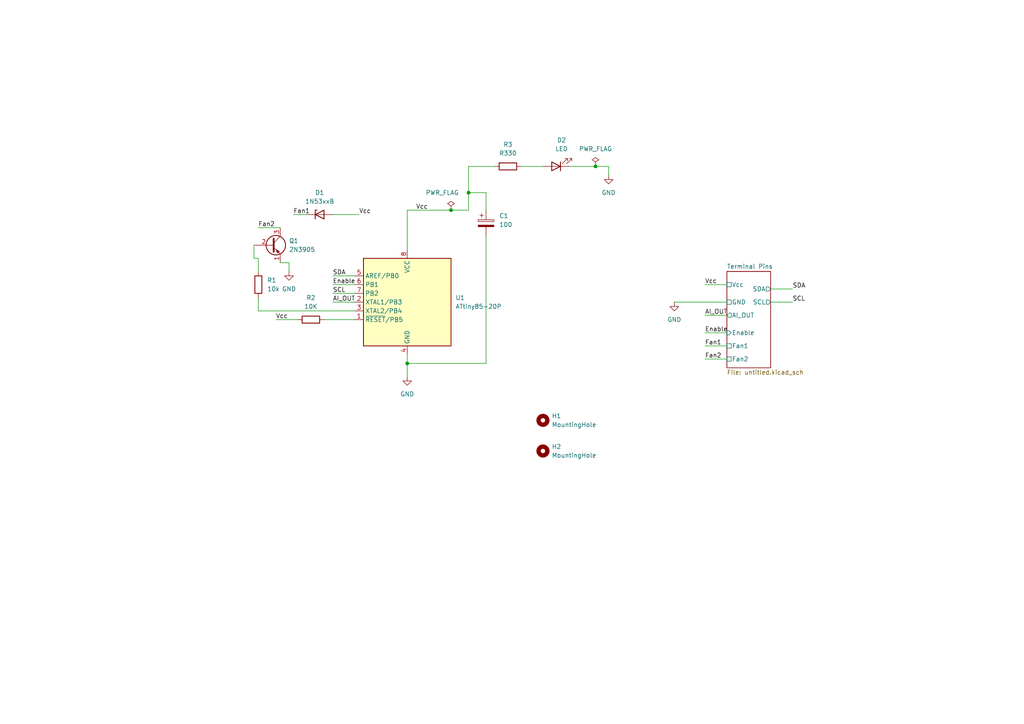
<source format=kicad_sch>
(kicad_sch (version 20211123) (generator eeschema)

  (uuid da6f8b0c-6683-4ebb-ab2c-8012160db77a)

  (paper "A4")

  (lib_symbols
    (symbol "Device:C_Polarized" (pin_numbers hide) (pin_names (offset 0.254)) (in_bom yes) (on_board yes)
      (property "Reference" "C" (id 0) (at 0.635 2.54 0)
        (effects (font (size 1.27 1.27)) (justify left))
      )
      (property "Value" "C_Polarized" (id 1) (at 0.635 -2.54 0)
        (effects (font (size 1.27 1.27)) (justify left))
      )
      (property "Footprint" "" (id 2) (at 0.9652 -3.81 0)
        (effects (font (size 1.27 1.27)) hide)
      )
      (property "Datasheet" "~" (id 3) (at 0 0 0)
        (effects (font (size 1.27 1.27)) hide)
      )
      (property "ki_keywords" "cap capacitor" (id 4) (at 0 0 0)
        (effects (font (size 1.27 1.27)) hide)
      )
      (property "ki_description" "Polarized capacitor" (id 5) (at 0 0 0)
        (effects (font (size 1.27 1.27)) hide)
      )
      (property "ki_fp_filters" "CP_*" (id 6) (at 0 0 0)
        (effects (font (size 1.27 1.27)) hide)
      )
      (symbol "C_Polarized_0_1"
        (rectangle (start -2.286 0.508) (end 2.286 1.016)
          (stroke (width 0) (type default) (color 0 0 0 0))
          (fill (type none))
        )
        (polyline
          (pts
            (xy -1.778 2.286)
            (xy -0.762 2.286)
          )
          (stroke (width 0) (type default) (color 0 0 0 0))
          (fill (type none))
        )
        (polyline
          (pts
            (xy -1.27 2.794)
            (xy -1.27 1.778)
          )
          (stroke (width 0) (type default) (color 0 0 0 0))
          (fill (type none))
        )
        (rectangle (start 2.286 -0.508) (end -2.286 -1.016)
          (stroke (width 0) (type default) (color 0 0 0 0))
          (fill (type outline))
        )
      )
      (symbol "C_Polarized_1_1"
        (pin passive line (at 0 3.81 270) (length 2.794)
          (name "~" (effects (font (size 1.27 1.27))))
          (number "1" (effects (font (size 1.27 1.27))))
        )
        (pin passive line (at 0 -3.81 90) (length 2.794)
          (name "~" (effects (font (size 1.27 1.27))))
          (number "2" (effects (font (size 1.27 1.27))))
        )
      )
    )
    (symbol "Device:LED" (pin_numbers hide) (pin_names (offset 1.016) hide) (in_bom yes) (on_board yes)
      (property "Reference" "D" (id 0) (at 0 2.54 0)
        (effects (font (size 1.27 1.27)))
      )
      (property "Value" "LED" (id 1) (at 0 -2.54 0)
        (effects (font (size 1.27 1.27)))
      )
      (property "Footprint" "" (id 2) (at 0 0 0)
        (effects (font (size 1.27 1.27)) hide)
      )
      (property "Datasheet" "~" (id 3) (at 0 0 0)
        (effects (font (size 1.27 1.27)) hide)
      )
      (property "ki_keywords" "LED diode" (id 4) (at 0 0 0)
        (effects (font (size 1.27 1.27)) hide)
      )
      (property "ki_description" "Light emitting diode" (id 5) (at 0 0 0)
        (effects (font (size 1.27 1.27)) hide)
      )
      (property "ki_fp_filters" "LED* LED_SMD:* LED_THT:*" (id 6) (at 0 0 0)
        (effects (font (size 1.27 1.27)) hide)
      )
      (symbol "LED_0_1"
        (polyline
          (pts
            (xy -1.27 -1.27)
            (xy -1.27 1.27)
          )
          (stroke (width 0.254) (type default) (color 0 0 0 0))
          (fill (type none))
        )
        (polyline
          (pts
            (xy -1.27 0)
            (xy 1.27 0)
          )
          (stroke (width 0) (type default) (color 0 0 0 0))
          (fill (type none))
        )
        (polyline
          (pts
            (xy 1.27 -1.27)
            (xy 1.27 1.27)
            (xy -1.27 0)
            (xy 1.27 -1.27)
          )
          (stroke (width 0.254) (type default) (color 0 0 0 0))
          (fill (type none))
        )
        (polyline
          (pts
            (xy -3.048 -0.762)
            (xy -4.572 -2.286)
            (xy -3.81 -2.286)
            (xy -4.572 -2.286)
            (xy -4.572 -1.524)
          )
          (stroke (width 0) (type default) (color 0 0 0 0))
          (fill (type none))
        )
        (polyline
          (pts
            (xy -1.778 -0.762)
            (xy -3.302 -2.286)
            (xy -2.54 -2.286)
            (xy -3.302 -2.286)
            (xy -3.302 -1.524)
          )
          (stroke (width 0) (type default) (color 0 0 0 0))
          (fill (type none))
        )
      )
      (symbol "LED_1_1"
        (pin passive line (at -3.81 0 0) (length 2.54)
          (name "K" (effects (font (size 1.27 1.27))))
          (number "1" (effects (font (size 1.27 1.27))))
        )
        (pin passive line (at 3.81 0 180) (length 2.54)
          (name "A" (effects (font (size 1.27 1.27))))
          (number "2" (effects (font (size 1.27 1.27))))
        )
      )
    )
    (symbol "Device:R" (pin_numbers hide) (pin_names (offset 0)) (in_bom yes) (on_board yes)
      (property "Reference" "R" (id 0) (at 2.032 0 90)
        (effects (font (size 1.27 1.27)))
      )
      (property "Value" "R" (id 1) (at 0 0 90)
        (effects (font (size 1.27 1.27)))
      )
      (property "Footprint" "" (id 2) (at -1.778 0 90)
        (effects (font (size 1.27 1.27)) hide)
      )
      (property "Datasheet" "~" (id 3) (at 0 0 0)
        (effects (font (size 1.27 1.27)) hide)
      )
      (property "ki_keywords" "R res resistor" (id 4) (at 0 0 0)
        (effects (font (size 1.27 1.27)) hide)
      )
      (property "ki_description" "Resistor" (id 5) (at 0 0 0)
        (effects (font (size 1.27 1.27)) hide)
      )
      (property "ki_fp_filters" "R_*" (id 6) (at 0 0 0)
        (effects (font (size 1.27 1.27)) hide)
      )
      (symbol "R_0_1"
        (rectangle (start -1.016 -2.54) (end 1.016 2.54)
          (stroke (width 0.254) (type default) (color 0 0 0 0))
          (fill (type none))
        )
      )
      (symbol "R_1_1"
        (pin passive line (at 0 3.81 270) (length 1.27)
          (name "~" (effects (font (size 1.27 1.27))))
          (number "1" (effects (font (size 1.27 1.27))))
        )
        (pin passive line (at 0 -3.81 90) (length 1.27)
          (name "~" (effects (font (size 1.27 1.27))))
          (number "2" (effects (font (size 1.27 1.27))))
        )
      )
    )
    (symbol "Diode:1N53xxB" (pin_numbers hide) (pin_names hide) (in_bom yes) (on_board yes)
      (property "Reference" "D" (id 0) (at 0 2.54 0)
        (effects (font (size 1.27 1.27)))
      )
      (property "Value" "1N53xxB" (id 1) (at 0 -2.54 0)
        (effects (font (size 1.27 1.27)))
      )
      (property "Footprint" "Diode_THT:D_DO-201_P15.24mm_Horizontal" (id 2) (at 0 -4.445 0)
        (effects (font (size 1.27 1.27)) hide)
      )
      (property "Datasheet" "https://diotec.com/tl_files/diotec/files/pdf/datasheets/1n5345b.pdf" (id 3) (at 0 0 0)
        (effects (font (size 1.27 1.27)) hide)
      )
      (property "ki_keywords" "zener diode" (id 4) (at 0 0 0)
        (effects (font (size 1.27 1.27)) hide)
      )
      (property "ki_description" "5000mW Zener Diode, DO-201" (id 5) (at 0 0 0)
        (effects (font (size 1.27 1.27)) hide)
      )
      (property "ki_fp_filters" "D*DO?201*" (id 6) (at 0 0 0)
        (effects (font (size 1.27 1.27)) hide)
      )
      (symbol "1N53xxB_0_1"
        (polyline
          (pts
            (xy 1.27 0)
            (xy -1.27 0)
          )
          (stroke (width 0) (type default) (color 0 0 0 0))
          (fill (type none))
        )
        (polyline
          (pts
            (xy -1.27 -1.27)
            (xy -1.27 1.27)
            (xy -0.762 1.27)
          )
          (stroke (width 0.254) (type default) (color 0 0 0 0))
          (fill (type none))
        )
        (polyline
          (pts
            (xy 1.27 -1.27)
            (xy 1.27 1.27)
            (xy -1.27 0)
            (xy 1.27 -1.27)
          )
          (stroke (width 0.254) (type default) (color 0 0 0 0))
          (fill (type none))
        )
      )
      (symbol "1N53xxB_1_1"
        (pin passive line (at -3.81 0 0) (length 2.54)
          (name "K" (effects (font (size 1.27 1.27))))
          (number "1" (effects (font (size 1.27 1.27))))
        )
        (pin passive line (at 3.81 0 180) (length 2.54)
          (name "A" (effects (font (size 1.27 1.27))))
          (number "2" (effects (font (size 1.27 1.27))))
        )
      )
    )
    (symbol "MCU_Microchip_ATtiny:ATtiny85-20P" (in_bom yes) (on_board yes)
      (property "Reference" "U" (id 0) (at -12.7 13.97 0)
        (effects (font (size 1.27 1.27)) (justify left bottom))
      )
      (property "Value" "ATtiny85-20P" (id 1) (at 2.54 -13.97 0)
        (effects (font (size 1.27 1.27)) (justify left top))
      )
      (property "Footprint" "Package_DIP:DIP-8_W7.62mm" (id 2) (at 0 0 0)
        (effects (font (size 1.27 1.27) italic) hide)
      )
      (property "Datasheet" "http://ww1.microchip.com/downloads/en/DeviceDoc/atmel-2586-avr-8-bit-microcontroller-attiny25-attiny45-attiny85_datasheet.pdf" (id 3) (at 0 0 0)
        (effects (font (size 1.27 1.27)) hide)
      )
      (property "ki_keywords" "AVR 8bit Microcontroller tinyAVR" (id 4) (at 0 0 0)
        (effects (font (size 1.27 1.27)) hide)
      )
      (property "ki_description" "20MHz, 8kB Flash, 512B SRAM, 512B EEPROM, debugWIRE, DIP-8" (id 5) (at 0 0 0)
        (effects (font (size 1.27 1.27)) hide)
      )
      (property "ki_fp_filters" "DIP*W7.62mm*" (id 6) (at 0 0 0)
        (effects (font (size 1.27 1.27)) hide)
      )
      (symbol "ATtiny85-20P_0_1"
        (rectangle (start -12.7 -12.7) (end 12.7 12.7)
          (stroke (width 0.254) (type default) (color 0 0 0 0))
          (fill (type background))
        )
      )
      (symbol "ATtiny85-20P_1_1"
        (pin bidirectional line (at 15.24 -5.08 180) (length 2.54)
          (name "~{RESET}/PB5" (effects (font (size 1.27 1.27))))
          (number "1" (effects (font (size 1.27 1.27))))
        )
        (pin bidirectional line (at 15.24 0 180) (length 2.54)
          (name "XTAL1/PB3" (effects (font (size 1.27 1.27))))
          (number "2" (effects (font (size 1.27 1.27))))
        )
        (pin bidirectional line (at 15.24 -2.54 180) (length 2.54)
          (name "XTAL2/PB4" (effects (font (size 1.27 1.27))))
          (number "3" (effects (font (size 1.27 1.27))))
        )
        (pin power_in line (at 0 -15.24 90) (length 2.54)
          (name "GND" (effects (font (size 1.27 1.27))))
          (number "4" (effects (font (size 1.27 1.27))))
        )
        (pin bidirectional line (at 15.24 7.62 180) (length 2.54)
          (name "AREF/PB0" (effects (font (size 1.27 1.27))))
          (number "5" (effects (font (size 1.27 1.27))))
        )
        (pin bidirectional line (at 15.24 5.08 180) (length 2.54)
          (name "PB1" (effects (font (size 1.27 1.27))))
          (number "6" (effects (font (size 1.27 1.27))))
        )
        (pin bidirectional line (at 15.24 2.54 180) (length 2.54)
          (name "PB2" (effects (font (size 1.27 1.27))))
          (number "7" (effects (font (size 1.27 1.27))))
        )
        (pin power_in line (at 0 15.24 270) (length 2.54)
          (name "VCC" (effects (font (size 1.27 1.27))))
          (number "8" (effects (font (size 1.27 1.27))))
        )
      )
    )
    (symbol "Mechanical:MountingHole" (pin_names (offset 1.016)) (in_bom yes) (on_board yes)
      (property "Reference" "H" (id 0) (at 0 5.08 0)
        (effects (font (size 1.27 1.27)))
      )
      (property "Value" "MountingHole" (id 1) (at 0 3.175 0)
        (effects (font (size 1.27 1.27)))
      )
      (property "Footprint" "" (id 2) (at 0 0 0)
        (effects (font (size 1.27 1.27)) hide)
      )
      (property "Datasheet" "~" (id 3) (at 0 0 0)
        (effects (font (size 1.27 1.27)) hide)
      )
      (property "ki_keywords" "mounting hole" (id 4) (at 0 0 0)
        (effects (font (size 1.27 1.27)) hide)
      )
      (property "ki_description" "Mounting Hole without connection" (id 5) (at 0 0 0)
        (effects (font (size 1.27 1.27)) hide)
      )
      (property "ki_fp_filters" "MountingHole*" (id 6) (at 0 0 0)
        (effects (font (size 1.27 1.27)) hide)
      )
      (symbol "MountingHole_0_1"
        (circle (center 0 0) (radius 1.27)
          (stroke (width 1.27) (type default) (color 0 0 0 0))
          (fill (type none))
        )
      )
    )
    (symbol "Transistor_BJT:2N3905" (pin_names (offset 0) hide) (in_bom yes) (on_board yes)
      (property "Reference" "Q" (id 0) (at 5.08 1.905 0)
        (effects (font (size 1.27 1.27)) (justify left))
      )
      (property "Value" "2N3905" (id 1) (at 5.08 0 0)
        (effects (font (size 1.27 1.27)) (justify left))
      )
      (property "Footprint" "Package_TO_SOT_THT:TO-92_Inline" (id 2) (at 5.08 -1.905 0)
        (effects (font (size 1.27 1.27) italic) (justify left) hide)
      )
      (property "Datasheet" "https://www.nteinc.com/specs/original/2N3905_06.pdf" (id 3) (at 0 0 0)
        (effects (font (size 1.27 1.27)) (justify left) hide)
      )
      (property "ki_keywords" "PNP Transistor" (id 4) (at 0 0 0)
        (effects (font (size 1.27 1.27)) hide)
      )
      (property "ki_description" "-0.2A Ic, -40V Vce, Small Signal PNP Transistor, TO-92" (id 5) (at 0 0 0)
        (effects (font (size 1.27 1.27)) hide)
      )
      (property "ki_fp_filters" "TO?92*" (id 6) (at 0 0 0)
        (effects (font (size 1.27 1.27)) hide)
      )
      (symbol "2N3905_0_1"
        (polyline
          (pts
            (xy 0.635 0.635)
            (xy 2.54 2.54)
          )
          (stroke (width 0) (type default) (color 0 0 0 0))
          (fill (type none))
        )
        (polyline
          (pts
            (xy 0.635 -0.635)
            (xy 2.54 -2.54)
            (xy 2.54 -2.54)
          )
          (stroke (width 0) (type default) (color 0 0 0 0))
          (fill (type none))
        )
        (polyline
          (pts
            (xy 0.635 1.905)
            (xy 0.635 -1.905)
            (xy 0.635 -1.905)
          )
          (stroke (width 0.508) (type default) (color 0 0 0 0))
          (fill (type none))
        )
        (polyline
          (pts
            (xy 2.286 -1.778)
            (xy 1.778 -2.286)
            (xy 1.27 -1.27)
            (xy 2.286 -1.778)
            (xy 2.286 -1.778)
          )
          (stroke (width 0) (type default) (color 0 0 0 0))
          (fill (type outline))
        )
        (circle (center 1.27 0) (radius 2.8194)
          (stroke (width 0.254) (type default) (color 0 0 0 0))
          (fill (type none))
        )
      )
      (symbol "2N3905_1_1"
        (pin passive line (at 2.54 -5.08 90) (length 2.54)
          (name "E" (effects (font (size 1.27 1.27))))
          (number "1" (effects (font (size 1.27 1.27))))
        )
        (pin input line (at -5.08 0 0) (length 5.715)
          (name "B" (effects (font (size 1.27 1.27))))
          (number "2" (effects (font (size 1.27 1.27))))
        )
        (pin passive line (at 2.54 5.08 270) (length 2.54)
          (name "C" (effects (font (size 1.27 1.27))))
          (number "3" (effects (font (size 1.27 1.27))))
        )
      )
    )
    (symbol "power:GND" (power) (pin_names (offset 0)) (in_bom yes) (on_board yes)
      (property "Reference" "#PWR" (id 0) (at 0 -6.35 0)
        (effects (font (size 1.27 1.27)) hide)
      )
      (property "Value" "GND" (id 1) (at 0 -3.81 0)
        (effects (font (size 1.27 1.27)))
      )
      (property "Footprint" "" (id 2) (at 0 0 0)
        (effects (font (size 1.27 1.27)) hide)
      )
      (property "Datasheet" "" (id 3) (at 0 0 0)
        (effects (font (size 1.27 1.27)) hide)
      )
      (property "ki_keywords" "power-flag" (id 4) (at 0 0 0)
        (effects (font (size 1.27 1.27)) hide)
      )
      (property "ki_description" "Power symbol creates a global label with name \"GND\" , ground" (id 5) (at 0 0 0)
        (effects (font (size 1.27 1.27)) hide)
      )
      (symbol "GND_0_1"
        (polyline
          (pts
            (xy 0 0)
            (xy 0 -1.27)
            (xy 1.27 -1.27)
            (xy 0 -2.54)
            (xy -1.27 -1.27)
            (xy 0 -1.27)
          )
          (stroke (width 0) (type default) (color 0 0 0 0))
          (fill (type none))
        )
      )
      (symbol "GND_1_1"
        (pin power_in line (at 0 0 270) (length 0) hide
          (name "GND" (effects (font (size 1.27 1.27))))
          (number "1" (effects (font (size 1.27 1.27))))
        )
      )
    )
    (symbol "power:PWR_FLAG" (power) (pin_numbers hide) (pin_names (offset 0) hide) (in_bom yes) (on_board yes)
      (property "Reference" "#FLG" (id 0) (at 0 1.905 0)
        (effects (font (size 1.27 1.27)) hide)
      )
      (property "Value" "PWR_FLAG" (id 1) (at 0 3.81 0)
        (effects (font (size 1.27 1.27)))
      )
      (property "Footprint" "" (id 2) (at 0 0 0)
        (effects (font (size 1.27 1.27)) hide)
      )
      (property "Datasheet" "~" (id 3) (at 0 0 0)
        (effects (font (size 1.27 1.27)) hide)
      )
      (property "ki_keywords" "power-flag" (id 4) (at 0 0 0)
        (effects (font (size 1.27 1.27)) hide)
      )
      (property "ki_description" "Special symbol for telling ERC where power comes from" (id 5) (at 0 0 0)
        (effects (font (size 1.27 1.27)) hide)
      )
      (symbol "PWR_FLAG_0_0"
        (pin power_out line (at 0 0 90) (length 0)
          (name "pwr" (effects (font (size 1.27 1.27))))
          (number "1" (effects (font (size 1.27 1.27))))
        )
      )
      (symbol "PWR_FLAG_0_1"
        (polyline
          (pts
            (xy 0 0)
            (xy 0 1.27)
            (xy -1.016 1.905)
            (xy 0 2.54)
            (xy 1.016 1.905)
            (xy 0 1.27)
          )
          (stroke (width 0) (type default) (color 0 0 0 0))
          (fill (type none))
        )
      )
    )
  )

  (junction (at 172.72 48.26) (diameter 0) (color 0 0 0 0)
    (uuid 45364614-5f88-41f8-a684-0db95fe33c59)
  )
  (junction (at 118.11 105.41) (diameter 0) (color 0 0 0 0)
    (uuid 50fba379-bf5e-4a82-b4c7-c689d622e9c7)
  )
  (junction (at 130.81 60.96) (diameter 0) (color 0 0 0 0)
    (uuid 6a2fde8b-caed-4ca5-b6b6-5d83fc271102)
  )
  (junction (at 135.89 55.88) (diameter 0) (color 0 0 0 0)
    (uuid aa68e1df-c7c3-49cb-a583-1ca61d12eb0c)
  )

  (wire (pts (xy 80.01 92.71) (xy 86.36 92.71))
    (stroke (width 0) (type default) (color 0 0 0 0))
    (uuid 02964145-1ed9-417f-9af9-0b67529b6532)
  )
  (wire (pts (xy 223.52 83.82) (xy 229.87 83.82))
    (stroke (width 0) (type default) (color 0 0 0 0))
    (uuid 02a4457f-cf3f-4487-ac6f-4a85e29d3fb9)
  )
  (wire (pts (xy 96.52 62.23) (xy 104.14 62.23))
    (stroke (width 0) (type default) (color 0 0 0 0))
    (uuid 04e9cb21-9547-462f-8cdc-57967da304b9)
  )
  (wire (pts (xy 96.52 82.55) (xy 102.87 82.55))
    (stroke (width 0) (type default) (color 0 0 0 0))
    (uuid 11cb766c-5f01-4e8c-8a4b-3273780c9313)
  )
  (wire (pts (xy 130.81 60.96) (xy 135.89 60.96))
    (stroke (width 0) (type default) (color 0 0 0 0))
    (uuid 1bd189c7-4ad0-4b8f-ace3-cc63997ed62d)
  )
  (wire (pts (xy 74.93 66.04) (xy 81.28 66.04))
    (stroke (width 0) (type default) (color 0 0 0 0))
    (uuid 223cdb64-20c8-4400-b1fb-f446ff9778cf)
  )
  (wire (pts (xy 140.97 68.58) (xy 140.97 105.41))
    (stroke (width 0) (type default) (color 0 0 0 0))
    (uuid 2a38ccfd-d2f3-4ae9-a6cd-92bf7922c013)
  )
  (wire (pts (xy 204.47 91.44) (xy 210.82 91.44))
    (stroke (width 0) (type default) (color 0 0 0 0))
    (uuid 2d78f6b0-7189-46ec-bc4d-51c7bbeff040)
  )
  (wire (pts (xy 204.47 100.33) (xy 210.82 100.33))
    (stroke (width 0) (type default) (color 0 0 0 0))
    (uuid 355f0753-5c12-42e7-9fd6-92420ad4ea9d)
  )
  (wire (pts (xy 172.72 48.26) (xy 176.53 48.26))
    (stroke (width 0) (type default) (color 0 0 0 0))
    (uuid 39ec09fa-cb3c-4bc0-9d69-576b86079e1f)
  )
  (wire (pts (xy 93.98 92.71) (xy 102.87 92.71))
    (stroke (width 0) (type default) (color 0 0 0 0))
    (uuid 413ee88f-fb7d-4ae1-84b3-6ffc58b3e7b0)
  )
  (wire (pts (xy 140.97 105.41) (xy 118.11 105.41))
    (stroke (width 0) (type default) (color 0 0 0 0))
    (uuid 442ef9ca-b311-45ca-a290-51e1ce7c7ecb)
  )
  (wire (pts (xy 223.52 87.63) (xy 229.87 87.63))
    (stroke (width 0) (type default) (color 0 0 0 0))
    (uuid 4c189c0c-f0c0-4678-8e0d-73d89adcc6a2)
  )
  (wire (pts (xy 165.1 48.26) (xy 172.72 48.26))
    (stroke (width 0) (type default) (color 0 0 0 0))
    (uuid 5a313f0c-64be-435d-8269-80ee38ca5bcc)
  )
  (wire (pts (xy 118.11 60.96) (xy 130.81 60.96))
    (stroke (width 0) (type default) (color 0 0 0 0))
    (uuid 5fbffb42-f3ab-44da-be31-a88cb0be3f5f)
  )
  (wire (pts (xy 73.66 74.93) (xy 73.66 71.12))
    (stroke (width 0) (type default) (color 0 0 0 0))
    (uuid 673dabdf-3d1c-4c30-bb36-32b12a7797f0)
  )
  (wire (pts (xy 176.53 48.26) (xy 176.53 50.8))
    (stroke (width 0) (type default) (color 0 0 0 0))
    (uuid 7b16e516-b248-4b5c-8bd3-33a5a5a33bab)
  )
  (wire (pts (xy 118.11 105.41) (xy 118.11 109.22))
    (stroke (width 0) (type default) (color 0 0 0 0))
    (uuid 86ad7d21-be95-4356-889e-c56105de6481)
  )
  (wire (pts (xy 85.09 62.23) (xy 88.9 62.23))
    (stroke (width 0) (type default) (color 0 0 0 0))
    (uuid 89682a83-f094-4135-9d30-7ee5ef0868bd)
  )
  (wire (pts (xy 135.89 48.26) (xy 135.89 55.88))
    (stroke (width 0) (type default) (color 0 0 0 0))
    (uuid 937b4b71-dc20-40e6-a88e-e9ceecba5f45)
  )
  (wire (pts (xy 83.82 76.2) (xy 83.82 78.74))
    (stroke (width 0) (type default) (color 0 0 0 0))
    (uuid 9902197c-5558-44f3-9fde-fecea33f6aec)
  )
  (wire (pts (xy 135.89 55.88) (xy 140.97 55.88))
    (stroke (width 0) (type default) (color 0 0 0 0))
    (uuid 9e92d06f-2fdd-4de5-a20a-203a4c069a52)
  )
  (wire (pts (xy 151.13 48.26) (xy 157.48 48.26))
    (stroke (width 0) (type default) (color 0 0 0 0))
    (uuid a150e229-7a4e-49bf-ac28-49ebd6034814)
  )
  (wire (pts (xy 135.89 55.88) (xy 135.89 60.96))
    (stroke (width 0) (type default) (color 0 0 0 0))
    (uuid a1536026-bcc2-4c91-bfae-aa062c34f954)
  )
  (wire (pts (xy 74.93 74.93) (xy 73.66 74.93))
    (stroke (width 0) (type default) (color 0 0 0 0))
    (uuid a7c10493-68d3-43c1-a2e1-dce3321b37e6)
  )
  (wire (pts (xy 96.52 85.09) (xy 102.87 85.09))
    (stroke (width 0) (type default) (color 0 0 0 0))
    (uuid b539ef4c-cf97-4edb-b123-bbe6fdec59e4)
  )
  (wire (pts (xy 204.47 82.55) (xy 210.82 82.55))
    (stroke (width 0) (type default) (color 0 0 0 0))
    (uuid b9788ddf-024d-4111-97bf-bd60431ebca1)
  )
  (wire (pts (xy 118.11 72.39) (xy 118.11 60.96))
    (stroke (width 0) (type default) (color 0 0 0 0))
    (uuid c7d2ea11-69f0-4acd-bd0c-3a6e56ce1034)
  )
  (wire (pts (xy 118.11 102.87) (xy 118.11 105.41))
    (stroke (width 0) (type default) (color 0 0 0 0))
    (uuid ca05c4ad-b066-4edd-a79d-e5b48761fc77)
  )
  (wire (pts (xy 81.28 76.2) (xy 83.82 76.2))
    (stroke (width 0) (type default) (color 0 0 0 0))
    (uuid cd875b30-6fe3-4d2d-a44d-0f2493358c45)
  )
  (wire (pts (xy 143.51 48.26) (xy 135.89 48.26))
    (stroke (width 0) (type default) (color 0 0 0 0))
    (uuid d05da3ba-60ee-4ecc-a39b-0d3384c0ee9f)
  )
  (wire (pts (xy 96.52 80.01) (xy 102.87 80.01))
    (stroke (width 0) (type default) (color 0 0 0 0))
    (uuid d3b330cd-4de1-4ade-8ffa-86a5033d2ce2)
  )
  (wire (pts (xy 74.93 90.17) (xy 74.93 86.36))
    (stroke (width 0) (type default) (color 0 0 0 0))
    (uuid d3c19124-b551-44da-ba06-97c0c9e7323a)
  )
  (wire (pts (xy 74.93 78.74) (xy 74.93 74.93))
    (stroke (width 0) (type default) (color 0 0 0 0))
    (uuid d78c19ec-533a-4565-bd7b-7dbc9ca2baaf)
  )
  (wire (pts (xy 102.87 90.17) (xy 74.93 90.17))
    (stroke (width 0) (type default) (color 0 0 0 0))
    (uuid e351c59b-d44a-4ffa-a69a-4035c1ab3ded)
  )
  (wire (pts (xy 204.47 96.52) (xy 210.82 96.52))
    (stroke (width 0) (type default) (color 0 0 0 0))
    (uuid eb522dd2-a4b6-4459-89c2-8519ddc76987)
  )
  (wire (pts (xy 96.52 87.63) (xy 102.87 87.63))
    (stroke (width 0) (type default) (color 0 0 0 0))
    (uuid ebaadfd2-4797-46f2-b0d1-14ff48a2bb75)
  )
  (wire (pts (xy 140.97 55.88) (xy 140.97 60.96))
    (stroke (width 0) (type default) (color 0 0 0 0))
    (uuid f34380ae-61c6-427a-b6ff-a2c2b1b8b114)
  )
  (wire (pts (xy 195.58 87.63) (xy 210.82 87.63))
    (stroke (width 0) (type default) (color 0 0 0 0))
    (uuid f4f3a96b-4e42-4581-a3b5-f68ef91df23a)
  )
  (wire (pts (xy 204.47 104.14) (xy 210.82 104.14))
    (stroke (width 0) (type default) (color 0 0 0 0))
    (uuid f9a7d54b-4a8f-45dc-9e56-3e646f04659d)
  )

  (label "AI_OUT" (at 96.52 87.63 0)
    (effects (font (size 1.27 1.27)) (justify left bottom))
    (uuid 0a38582b-1fda-457c-a3f5-7426b6525849)
  )
  (label "Fan2" (at 74.93 66.04 0)
    (effects (font (size 1.27 1.27)) (justify left bottom))
    (uuid 0bbec448-e78d-4ba5-a741-3b95d4e946d6)
  )
  (label "SCL" (at 96.52 85.09 0)
    (effects (font (size 1.27 1.27)) (justify left bottom))
    (uuid 12d505be-0356-4971-89fe-75a9cc97ad00)
  )
  (label "Vcc" (at 104.14 62.23 0)
    (effects (font (size 1.27 1.27)) (justify left bottom))
    (uuid 1cb8fe10-1ac5-41fd-b0d8-71147a8fb18e)
  )
  (label "Vcc" (at 204.47 82.55 0)
    (effects (font (size 1.27 1.27)) (justify left bottom))
    (uuid 2e7dba31-083c-4f45-9354-4e06ece0fdcf)
  )
  (label "SCL" (at 229.87 87.63 0)
    (effects (font (size 1.27 1.27)) (justify left bottom))
    (uuid 37c1db49-4d71-4e07-80d5-9406ef8c5e8a)
  )
  (label "Vcc" (at 80.01 92.71 0)
    (effects (font (size 1.27 1.27)) (justify left bottom))
    (uuid 39753654-d7b0-4863-bfc1-cb68e0e58aa3)
  )
  (label "SDA" (at 229.87 83.82 0)
    (effects (font (size 1.27 1.27)) (justify left bottom))
    (uuid 4376c043-125d-4ad0-afd7-460e87a5258d)
  )
  (label "AI_OUT" (at 204.47 91.44 0)
    (effects (font (size 1.27 1.27)) (justify left bottom))
    (uuid 48396a2b-679d-407f-96f3-2044ae651a72)
  )
  (label "Enable" (at 204.47 96.52 0)
    (effects (font (size 1.27 1.27)) (justify left bottom))
    (uuid 76b438b9-2f71-4381-8814-8c82505d8e85)
  )
  (label "Enable" (at 96.52 82.55 0)
    (effects (font (size 1.27 1.27)) (justify left bottom))
    (uuid 9f585229-d91b-4346-ace8-c1db293685db)
  )
  (label "Fan2" (at 204.47 104.14 0)
    (effects (font (size 1.27 1.27)) (justify left bottom))
    (uuid 9f7b9e06-e577-4944-806a-c4f072076de2)
  )
  (label "Fan1" (at 204.47 100.33 0)
    (effects (font (size 1.27 1.27)) (justify left bottom))
    (uuid a1ff1b3f-75f9-4700-b21d-cefd33689823)
  )
  (label "SDA" (at 96.52 80.01 0)
    (effects (font (size 1.27 1.27)) (justify left bottom))
    (uuid b362249b-204b-4710-883c-b6607880e0a9)
  )
  (label "Vcc" (at 120.65 60.96 0)
    (effects (font (size 1.27 1.27)) (justify left bottom))
    (uuid b6be7588-9a7f-4e39-9eea-ae33358e09b0)
  )
  (label "Fan1" (at 85.09 62.23 0)
    (effects (font (size 1.27 1.27)) (justify left bottom))
    (uuid e3105c55-81d0-4665-9d67-25e11cdf1a5a)
  )

  (symbol (lib_id "Mechanical:MountingHole") (at 157.48 121.92 0) (unit 1)
    (in_bom yes) (on_board yes) (fields_autoplaced)
    (uuid 08c055f6-80fa-4ef0-95ef-641bf06fbfb7)
    (property "Reference" "H1" (id 0) (at 160.02 120.6499 0)
      (effects (font (size 1.27 1.27)) (justify left))
    )
    (property "Value" "MountingHole" (id 1) (at 160.02 123.1899 0)
      (effects (font (size 1.27 1.27)) (justify left))
    )
    (property "Footprint" "MountingHole:MountingHole_4.3mm_M4" (id 2) (at 157.48 121.92 0)
      (effects (font (size 1.27 1.27)) hide)
    )
    (property "Datasheet" "~" (id 3) (at 157.48 121.92 0)
      (effects (font (size 1.27 1.27)) hide)
    )
  )

  (symbol (lib_id "Transistor_BJT:2N3905") (at 78.74 71.12 0) (unit 1)
    (in_bom yes) (on_board yes) (fields_autoplaced)
    (uuid 23832fbd-0615-48ea-ac0f-0e5ee3edc1da)
    (property "Reference" "Q1" (id 0) (at 83.82 69.8499 0)
      (effects (font (size 1.27 1.27)) (justify left))
    )
    (property "Value" "2N3905" (id 1) (at 83.82 72.3899 0)
      (effects (font (size 1.27 1.27)) (justify left))
    )
    (property "Footprint" "Package_TO_SOT_THT:TO-92_Inline" (id 2) (at 83.82 73.025 0)
      (effects (font (size 1.27 1.27) italic) (justify left) hide)
    )
    (property "Datasheet" "https://www.nteinc.com/specs/original/2N3905_06.pdf" (id 3) (at 78.74 71.12 0)
      (effects (font (size 1.27 1.27)) (justify left) hide)
    )
    (pin "1" (uuid bea82dbd-1916-44af-9bf9-993db061e5ce))
    (pin "2" (uuid 9dff6ad9-6f53-4554-9232-4d2f4c309faa))
    (pin "3" (uuid 2a923ea7-5de8-458d-a565-438b497522b7))
  )

  (symbol (lib_id "Device:R") (at 90.17 92.71 90) (unit 1)
    (in_bom yes) (on_board yes)
    (uuid 2fae6b87-e681-49cc-90c6-dca48791c580)
    (property "Reference" "R2" (id 0) (at 90.17 86.36 90))
    (property "Value" "10K" (id 1) (at 90.17 88.9 90))
    (property "Footprint" "Resistor_THT:R_Axial_DIN0204_L3.6mm_D1.6mm_P5.08mm_Horizontal" (id 2) (at 90.17 94.488 90)
      (effects (font (size 1.27 1.27)) hide)
    )
    (property "Datasheet" "~" (id 3) (at 90.17 92.71 0)
      (effects (font (size 1.27 1.27)) hide)
    )
    (pin "1" (uuid 27279b77-e60d-4781-b933-8e53072e5a72))
    (pin "2" (uuid e9884147-a7cc-4640-b275-88a866d30ca1))
  )

  (symbol (lib_id "power:GND") (at 118.11 109.22 0) (unit 1)
    (in_bom yes) (on_board yes) (fields_autoplaced)
    (uuid 4f847386-cfdf-49f9-b5cd-bb3c33e41730)
    (property "Reference" "#PWR02" (id 0) (at 118.11 115.57 0)
      (effects (font (size 1.27 1.27)) hide)
    )
    (property "Value" "GND" (id 1) (at 118.11 114.3 0))
    (property "Footprint" "" (id 2) (at 118.11 109.22 0)
      (effects (font (size 1.27 1.27)) hide)
    )
    (property "Datasheet" "" (id 3) (at 118.11 109.22 0)
      (effects (font (size 1.27 1.27)) hide)
    )
    (pin "1" (uuid a7e2db88-d90e-4470-a425-baca9d835e22))
  )

  (symbol (lib_id "Device:R") (at 74.93 82.55 0) (unit 1)
    (in_bom yes) (on_board yes)
    (uuid 51754ab0-8ba6-4ab1-a1f3-9c79dbd5311a)
    (property "Reference" "R1" (id 0) (at 77.47 81.2799 0)
      (effects (font (size 1.27 1.27)) (justify left))
    )
    (property "Value" "10k" (id 1) (at 77.47 83.8199 0)
      (effects (font (size 1.27 1.27)) (justify left))
    )
    (property "Footprint" "Resistor_THT:R_Axial_DIN0204_L3.6mm_D1.6mm_P5.08mm_Horizontal" (id 2) (at 73.152 82.55 90)
      (effects (font (size 1.27 1.27)) hide)
    )
    (property "Datasheet" "~" (id 3) (at 74.93 82.55 0)
      (effects (font (size 1.27 1.27)) hide)
    )
    (pin "1" (uuid 633d7122-c26e-4f74-9a7e-c7e9426219d1))
    (pin "2" (uuid bc203607-6fd1-42e4-86d7-b4f428cbe32f))
  )

  (symbol (lib_id "power:PWR_FLAG") (at 172.72 48.26 0) (unit 1)
    (in_bom yes) (on_board yes) (fields_autoplaced)
    (uuid 53c499c2-f803-485b-aaf3-ae848e3dad4a)
    (property "Reference" "#FLG02" (id 0) (at 172.72 46.355 0)
      (effects (font (size 1.27 1.27)) hide)
    )
    (property "Value" "PWR_FLAG" (id 1) (at 172.72 43.18 0))
    (property "Footprint" "" (id 2) (at 172.72 48.26 0)
      (effects (font (size 1.27 1.27)) hide)
    )
    (property "Datasheet" "~" (id 3) (at 172.72 48.26 0)
      (effects (font (size 1.27 1.27)) hide)
    )
    (pin "1" (uuid 7f06ef85-95e1-4a23-8f76-509783e42631))
  )

  (symbol (lib_id "Mechanical:MountingHole") (at 157.48 130.81 0) (unit 1)
    (in_bom yes) (on_board yes) (fields_autoplaced)
    (uuid 54967400-11bd-4a3d-a6a9-2215aac14319)
    (property "Reference" "H2" (id 0) (at 160.02 129.5399 0)
      (effects (font (size 1.27 1.27)) (justify left))
    )
    (property "Value" "MountingHole" (id 1) (at 160.02 132.0799 0)
      (effects (font (size 1.27 1.27)) (justify left))
    )
    (property "Footprint" "MountingHole:MountingHole_4.3mm_M4" (id 2) (at 157.48 130.81 0)
      (effects (font (size 1.27 1.27)) hide)
    )
    (property "Datasheet" "~" (id 3) (at 157.48 130.81 0)
      (effects (font (size 1.27 1.27)) hide)
    )
  )

  (symbol (lib_id "Device:C_Polarized") (at 140.97 64.77 0) (unit 1)
    (in_bom yes) (on_board yes) (fields_autoplaced)
    (uuid 62f4e258-b673-413f-bfbe-cbc49efe0478)
    (property "Reference" "C1" (id 0) (at 144.78 62.6109 0)
      (effects (font (size 1.27 1.27)) (justify left))
    )
    (property "Value" "100" (id 1) (at 144.78 65.1509 0)
      (effects (font (size 1.27 1.27)) (justify left))
    )
    (property "Footprint" "Capacitor_THT:CP_Radial_D8.0mm_P2.50mm" (id 2) (at 141.9352 68.58 0)
      (effects (font (size 1.27 1.27)) hide)
    )
    (property "Datasheet" "~" (id 3) (at 140.97 64.77 0)
      (effects (font (size 1.27 1.27)) hide)
    )
    (pin "1" (uuid a6c9e868-6449-4335-9236-51407ab7a241))
    (pin "2" (uuid 556eea82-6c85-4a8b-af1e-149e4997cd23))
  )

  (symbol (lib_id "power:GND") (at 176.53 50.8 0) (unit 1)
    (in_bom yes) (on_board yes) (fields_autoplaced)
    (uuid 687be195-d7c5-44a3-9d39-625406e3f851)
    (property "Reference" "#PWR04" (id 0) (at 176.53 57.15 0)
      (effects (font (size 1.27 1.27)) hide)
    )
    (property "Value" "GND" (id 1) (at 176.53 55.88 0))
    (property "Footprint" "" (id 2) (at 176.53 50.8 0)
      (effects (font (size 1.27 1.27)) hide)
    )
    (property "Datasheet" "" (id 3) (at 176.53 50.8 0)
      (effects (font (size 1.27 1.27)) hide)
    )
    (pin "1" (uuid 219d3ac7-7c87-4c5d-8944-532bf782228f))
  )

  (symbol (lib_id "power:PWR_FLAG") (at 130.81 60.96 0) (unit 1)
    (in_bom yes) (on_board yes)
    (uuid 735c4f01-96a3-4445-9e61-19c8a1bfa28e)
    (property "Reference" "#FLG01" (id 0) (at 130.81 59.055 0)
      (effects (font (size 1.27 1.27)) hide)
    )
    (property "Value" "PWR_FLAG" (id 1) (at 128.27 55.88 0))
    (property "Footprint" "" (id 2) (at 130.81 60.96 0)
      (effects (font (size 1.27 1.27)) hide)
    )
    (property "Datasheet" "~" (id 3) (at 130.81 60.96 0)
      (effects (font (size 1.27 1.27)) hide)
    )
    (pin "1" (uuid c6c49aff-92d6-4d8e-8161-e94cfe7583c4))
  )

  (symbol (lib_id "MCU_Microchip_ATtiny:ATtiny85-20P") (at 118.11 87.63 0) (mirror y) (unit 1)
    (in_bom yes) (on_board yes) (fields_autoplaced)
    (uuid bb67b4a8-ebe0-4db3-9379-b034dda5f18d)
    (property "Reference" "U1" (id 0) (at 132.08 86.3599 0)
      (effects (font (size 1.27 1.27)) (justify right))
    )
    (property "Value" "ATtiny85-20P" (id 1) (at 132.08 88.8999 0)
      (effects (font (size 1.27 1.27)) (justify right))
    )
    (property "Footprint" "Package_DIP:DIP-8_W7.62mm" (id 2) (at 118.11 87.63 0)
      (effects (font (size 1.27 1.27) italic) hide)
    )
    (property "Datasheet" "http://ww1.microchip.com/downloads/en/DeviceDoc/atmel-2586-avr-8-bit-microcontroller-attiny25-attiny45-attiny85_datasheet.pdf" (id 3) (at 118.11 87.63 0)
      (effects (font (size 1.27 1.27)) hide)
    )
    (pin "1" (uuid 3d6ab8bd-837c-4079-a27b-9260ad499c14))
    (pin "2" (uuid 8053ca7b-1027-413e-9b5e-dd52ddc278ea))
    (pin "3" (uuid fae7ccc3-c3d1-4247-914c-ebb15fbe3282))
    (pin "4" (uuid 73a5b118-bd16-4f30-b6a1-debc6a9d548e))
    (pin "5" (uuid 4224efc6-e8d2-4724-aaf4-6cbf4b8b3a35))
    (pin "6" (uuid dc3551e2-b778-43aa-8b6a-139441107c84))
    (pin "7" (uuid a7e5480f-6680-428f-969e-f806abad1da4))
    (pin "8" (uuid 075921c8-564e-46c6-b5dd-020b8cd6fdf4))
  )

  (symbol (lib_id "Diode:1N53xxB") (at 92.71 62.23 0) (unit 1)
    (in_bom yes) (on_board yes) (fields_autoplaced)
    (uuid c57d1882-3ddb-40d4-9259-38b00de06043)
    (property "Reference" "D1" (id 0) (at 92.71 55.88 0))
    (property "Value" "1N53xxB" (id 1) (at 92.71 58.42 0))
    (property "Footprint" "Diode_THT:D_DO-41_SOD81_P7.62mm_Horizontal" (id 2) (at 92.71 66.675 0)
      (effects (font (size 1.27 1.27)) hide)
    )
    (property "Datasheet" "https://diotec.com/tl_files/diotec/files/pdf/datasheets/1n5345b.pdf" (id 3) (at 92.71 62.23 0)
      (effects (font (size 1.27 1.27)) hide)
    )
    (pin "1" (uuid fe4a44db-a2c3-47fc-ac4f-4d901c608f84))
    (pin "2" (uuid 0f1ffa0b-cb47-4edc-9dd7-00fda956efd8))
  )

  (symbol (lib_id "power:GND") (at 83.82 78.74 0) (unit 1)
    (in_bom yes) (on_board yes) (fields_autoplaced)
    (uuid d25f099d-474b-4782-a043-45d8b93e986b)
    (property "Reference" "#PWR01" (id 0) (at 83.82 85.09 0)
      (effects (font (size 1.27 1.27)) hide)
    )
    (property "Value" "GND" (id 1) (at 83.82 83.82 0))
    (property "Footprint" "" (id 2) (at 83.82 78.74 0)
      (effects (font (size 1.27 1.27)) hide)
    )
    (property "Datasheet" "" (id 3) (at 83.82 78.74 0)
      (effects (font (size 1.27 1.27)) hide)
    )
    (pin "1" (uuid 3598a02c-d0bb-420d-8657-966ff7710f37))
  )

  (symbol (lib_id "Device:R") (at 147.32 48.26 90) (unit 1)
    (in_bom yes) (on_board yes) (fields_autoplaced)
    (uuid eb14a5db-a89e-4f34-9345-03fda4dddaaf)
    (property "Reference" "R3" (id 0) (at 147.32 41.91 90))
    (property "Value" "R330" (id 1) (at 147.32 44.45 90))
    (property "Footprint" "Resistor_THT:R_Axial_DIN0204_L3.6mm_D1.6mm_P5.08mm_Horizontal" (id 2) (at 147.32 50.038 90)
      (effects (font (size 1.27 1.27)) hide)
    )
    (property "Datasheet" "~" (id 3) (at 147.32 48.26 0)
      (effects (font (size 1.27 1.27)) hide)
    )
    (pin "1" (uuid 62b7def6-5a8d-4c4c-a102-9f4262839520))
    (pin "2" (uuid a2174528-eb8d-41a2-833b-b8106bedb0ed))
  )

  (symbol (lib_id "Device:LED") (at 161.29 48.26 180) (unit 1)
    (in_bom yes) (on_board yes) (fields_autoplaced)
    (uuid f775cb4f-e04f-4d89-8bd8-c07c1319c7c6)
    (property "Reference" "D2" (id 0) (at 162.8775 40.64 0))
    (property "Value" "LED" (id 1) (at 162.8775 43.18 0))
    (property "Footprint" "LED_THT:LED_D5.0mm_Clear" (id 2) (at 161.29 48.26 0)
      (effects (font (size 1.27 1.27)) hide)
    )
    (property "Datasheet" "~" (id 3) (at 161.29 48.26 0)
      (effects (font (size 1.27 1.27)) hide)
    )
    (pin "1" (uuid 49d69db3-eea2-42e3-b0e5-3b622b4d8464))
    (pin "2" (uuid 46ab1176-f3ca-4692-a963-72fcac793c90))
  )

  (symbol (lib_id "power:GND") (at 195.58 87.63 0) (unit 1)
    (in_bom yes) (on_board yes) (fields_autoplaced)
    (uuid f951ffa5-feb6-4d14-99fb-239bf29c6d71)
    (property "Reference" "#PWR03" (id 0) (at 195.58 93.98 0)
      (effects (font (size 1.27 1.27)) hide)
    )
    (property "Value" "GND" (id 1) (at 195.58 92.71 0))
    (property "Footprint" "" (id 2) (at 195.58 87.63 0)
      (effects (font (size 1.27 1.27)) hide)
    )
    (property "Datasheet" "" (id 3) (at 195.58 87.63 0)
      (effects (font (size 1.27 1.27)) hide)
    )
    (pin "1" (uuid b91ff7ef-28f7-4270-9689-94c1fab08bc9))
  )

  (sheet (at 210.82 78.74) (size 12.7 27.94) (fields_autoplaced)
    (stroke (width 0.1524) (type solid) (color 0 0 0 0))
    (fill (color 0 0 0 0.0000))
    (uuid 5706f376-145d-4c74-a2ad-9551dc5309c8)
    (property "Sheet name" "Terminal Pins" (id 0) (at 210.82 78.0284 0)
      (effects (font (size 1.27 1.27)) (justify left bottom))
    )
    (property "Sheet file" "untitled.kicad_sch" (id 1) (at 210.82 107.2646 0)
      (effects (font (size 1.27 1.27)) (justify left top))
    )
    (pin "Vcc" passive (at 210.82 82.55 180)
      (effects (font (size 1.27 1.27)) (justify left))
      (uuid 3dc68995-8eea-4286-9425-63ddadd98b68)
    )
    (pin "GND" passive (at 210.82 87.63 180)
      (effects (font (size 1.27 1.27)) (justify left))
      (uuid 6d26a29e-c716-4c1b-9d01-348c9a112230)
    )
    (pin "AI_OUT" output (at 210.82 91.44 180)
      (effects (font (size 1.27 1.27)) (justify left))
      (uuid 8f7248f7-47b8-4de3-8788-33eea2259541)
    )
    (pin "Enable" input (at 210.82 96.52 180)
      (effects (font (size 1.27 1.27)) (justify left))
      (uuid 952b78c6-212c-4e68-9791-cd016b196c0a)
    )
    (pin "Fan1" passive (at 210.82 100.33 180)
      (effects (font (size 1.27 1.27)) (justify left))
      (uuid 94833416-66cc-4984-a735-28f8d25dc11f)
    )
    (pin "Fan2" passive (at 210.82 104.14 180)
      (effects (font (size 1.27 1.27)) (justify left))
      (uuid f1e9b0f6-d076-4c33-bbbd-a00f8f1274f0)
    )
    (pin "SDA" output (at 223.52 83.82 0)
      (effects (font (size 1.27 1.27)) (justify right))
      (uuid 8e1681e5-63b8-4ca2-afcd-e37f2fcdf3f7)
    )
    (pin "SCL" output (at 223.52 87.63 0)
      (effects (font (size 1.27 1.27)) (justify right))
      (uuid 769da059-a0e9-407c-b7fb-0f4514e959b0)
    )
  )

  (sheet_instances
    (path "/" (page "1"))
    (path "/5706f376-145d-4c74-a2ad-9551dc5309c8" (page "2"))
  )

  (symbol_instances
    (path "/735c4f01-96a3-4445-9e61-19c8a1bfa28e"
      (reference "#FLG01") (unit 1) (value "PWR_FLAG") (footprint "")
    )
    (path "/53c499c2-f803-485b-aaf3-ae848e3dad4a"
      (reference "#FLG02") (unit 1) (value "PWR_FLAG") (footprint "")
    )
    (path "/d25f099d-474b-4782-a043-45d8b93e986b"
      (reference "#PWR01") (unit 1) (value "GND") (footprint "")
    )
    (path "/4f847386-cfdf-49f9-b5cd-bb3c33e41730"
      (reference "#PWR02") (unit 1) (value "GND") (footprint "")
    )
    (path "/f951ffa5-feb6-4d14-99fb-239bf29c6d71"
      (reference "#PWR03") (unit 1) (value "GND") (footprint "")
    )
    (path "/687be195-d7c5-44a3-9d39-625406e3f851"
      (reference "#PWR04") (unit 1) (value "GND") (footprint "")
    )
    (path "/62f4e258-b673-413f-bfbe-cbc49efe0478"
      (reference "C1") (unit 1) (value "100") (footprint "Capacitor_THT:CP_Radial_D8.0mm_P2.50mm")
    )
    (path "/c57d1882-3ddb-40d4-9259-38b00de06043"
      (reference "D1") (unit 1) (value "1N53xxB") (footprint "Diode_THT:D_DO-41_SOD81_P7.62mm_Horizontal")
    )
    (path "/f775cb4f-e04f-4d89-8bd8-c07c1319c7c6"
      (reference "D2") (unit 1) (value "LED") (footprint "LED_THT:LED_D5.0mm_Clear")
    )
    (path "/08c055f6-80fa-4ef0-95ef-641bf06fbfb7"
      (reference "H1") (unit 1) (value "MountingHole") (footprint "MountingHole:MountingHole_4.3mm_M4")
    )
    (path "/54967400-11bd-4a3d-a6a9-2215aac14319"
      (reference "H2") (unit 1) (value "MountingHole") (footprint "MountingHole:MountingHole_4.3mm_M4")
    )
    (path "/5706f376-145d-4c74-a2ad-9551dc5309c8/f0934266-2c23-4e94-826d-51eccf28a16d"
      (reference "J1Fan1") (unit 1) (value "Conn_01x02_Female") (footprint "Connector_PinHeader_2.54mm:PinHeader_1x02_P2.54mm_Vertical")
    )
    (path "/5706f376-145d-4c74-a2ad-9551dc5309c8/8ed3f90b-870d-4129-ba97-072c3eda6d13"
      (reference "J1Fan2") (unit 1) (value "Conn_01x02_Female") (footprint "Connector_PinHeader_2.54mm:PinHeader_1x02_P2.54mm_Vertical")
    )
    (path "/5706f376-145d-4c74-a2ad-9551dc5309c8/44de2436-f5db-4b41-98be-9bc95284bbbe"
      (reference "J2Sensor1") (unit 1) (value "Conn_01x04_Female") (footprint "Connector_PinHeader_2.54mm:PinHeader_1x04_P2.54mm_Vertical")
    )
    (path "/5706f376-145d-4c74-a2ad-9551dc5309c8/04294f98-6a92-4a39-855d-6253752a36d1"
      (reference "J2Sensor2") (unit 1) (value "Conn_01x04_Female") (footprint "Connector_PinHeader_2.54mm:PinHeader_1x04_P2.54mm_Vertical")
    )
    (path "/23832fbd-0615-48ea-ac0f-0e5ee3edc1da"
      (reference "Q1") (unit 1) (value "2N3905") (footprint "Package_TO_SOT_THT:TO-92_Inline")
    )
    (path "/51754ab0-8ba6-4ab1-a1f3-9c79dbd5311a"
      (reference "R1") (unit 1) (value "10k") (footprint "Resistor_THT:R_Axial_DIN0204_L3.6mm_D1.6mm_P5.08mm_Horizontal")
    )
    (path "/2fae6b87-e681-49cc-90c6-dca48791c580"
      (reference "R2") (unit 1) (value "10K") (footprint "Resistor_THT:R_Axial_DIN0204_L3.6mm_D1.6mm_P5.08mm_Horizontal")
    )
    (path "/eb14a5db-a89e-4f34-9345-03fda4dddaaf"
      (reference "R3") (unit 1) (value "R330") (footprint "Resistor_THT:R_Axial_DIN0204_L3.6mm_D1.6mm_P5.08mm_Horizontal")
    )
    (path "/bb67b4a8-ebe0-4db3-9379-b034dda5f18d"
      (reference "U1") (unit 1) (value "ATtiny85-20P") (footprint "Package_DIP:DIP-8_W7.62mm")
    )
  )
)

</source>
